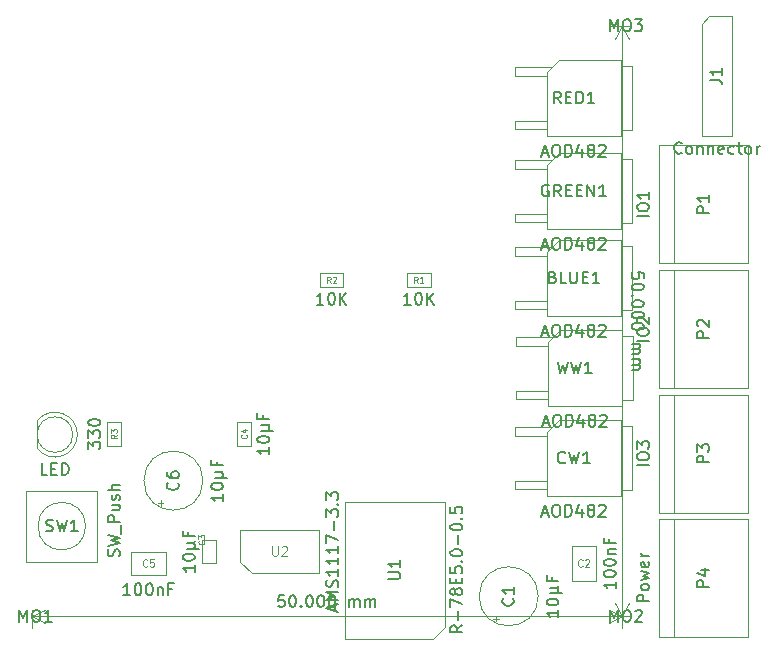
<source format=gbr>
G04 #@! TF.GenerationSoftware,KiCad,Pcbnew,(5.1.0-rc1-9-g8f320697a)*
G04 #@! TF.CreationDate,2019-02-20T21:31:05+01:00
G04 #@! TF.ProjectId,kicad,6b696361-642e-46b6-9963-61645f706362,rev?*
G04 #@! TF.SameCoordinates,Original*
G04 #@! TF.FileFunction,Other,Fab,Top*
%FSLAX46Y46*%
G04 Gerber Fmt 4.6, Leading zero omitted, Abs format (unit mm)*
G04 Created by KiCad (PCBNEW (5.1.0-rc1-9-g8f320697a)) date 2019-02-20 21:31:05*
%MOMM*%
%LPD*%
G04 APERTURE LIST*
%ADD10C,0.150000*%
%ADD11C,0.120000*%
%ADD12C,0.100000*%
%ADD13C,0.090000*%
%ADD14C,0.080000*%
G04 APERTURE END LIST*
D10*
X210817619Y-69880952D02*
X210817619Y-69404761D01*
X210341428Y-69357142D01*
X210389047Y-69404761D01*
X210436666Y-69500000D01*
X210436666Y-69738095D01*
X210389047Y-69833333D01*
X210341428Y-69880952D01*
X210246190Y-69928571D01*
X210008095Y-69928571D01*
X209912857Y-69880952D01*
X209865238Y-69833333D01*
X209817619Y-69738095D01*
X209817619Y-69500000D01*
X209865238Y-69404761D01*
X209912857Y-69357142D01*
X210817619Y-70547619D02*
X210817619Y-70642857D01*
X210770000Y-70738095D01*
X210722380Y-70785714D01*
X210627142Y-70833333D01*
X210436666Y-70880952D01*
X210198571Y-70880952D01*
X210008095Y-70833333D01*
X209912857Y-70785714D01*
X209865238Y-70738095D01*
X209817619Y-70642857D01*
X209817619Y-70547619D01*
X209865238Y-70452380D01*
X209912857Y-70404761D01*
X210008095Y-70357142D01*
X210198571Y-70309523D01*
X210436666Y-70309523D01*
X210627142Y-70357142D01*
X210722380Y-70404761D01*
X210770000Y-70452380D01*
X210817619Y-70547619D01*
X209912857Y-71309523D02*
X209865238Y-71357142D01*
X209817619Y-71309523D01*
X209865238Y-71261904D01*
X209912857Y-71309523D01*
X209817619Y-71309523D01*
X210817619Y-71976190D02*
X210817619Y-72071428D01*
X210770000Y-72166666D01*
X210722380Y-72214285D01*
X210627142Y-72261904D01*
X210436666Y-72309523D01*
X210198571Y-72309523D01*
X210008095Y-72261904D01*
X209912857Y-72214285D01*
X209865238Y-72166666D01*
X209817619Y-72071428D01*
X209817619Y-71976190D01*
X209865238Y-71880952D01*
X209912857Y-71833333D01*
X210008095Y-71785714D01*
X210198571Y-71738095D01*
X210436666Y-71738095D01*
X210627142Y-71785714D01*
X210722380Y-71833333D01*
X210770000Y-71880952D01*
X210817619Y-71976190D01*
X210817619Y-72928571D02*
X210817619Y-73023809D01*
X210770000Y-73119047D01*
X210722380Y-73166666D01*
X210627142Y-73214285D01*
X210436666Y-73261904D01*
X210198571Y-73261904D01*
X210008095Y-73214285D01*
X209912857Y-73166666D01*
X209865238Y-73119047D01*
X209817619Y-73023809D01*
X209817619Y-72928571D01*
X209865238Y-72833333D01*
X209912857Y-72785714D01*
X210008095Y-72738095D01*
X210198571Y-72690476D01*
X210436666Y-72690476D01*
X210627142Y-72738095D01*
X210722380Y-72785714D01*
X210770000Y-72833333D01*
X210817619Y-72928571D01*
X210817619Y-73880952D02*
X210817619Y-73976190D01*
X210770000Y-74071428D01*
X210722380Y-74119047D01*
X210627142Y-74166666D01*
X210436666Y-74214285D01*
X210198571Y-74214285D01*
X210008095Y-74166666D01*
X209912857Y-74119047D01*
X209865238Y-74071428D01*
X209817619Y-73976190D01*
X209817619Y-73880952D01*
X209865238Y-73785714D01*
X209912857Y-73738095D01*
X210008095Y-73690476D01*
X210198571Y-73642857D01*
X210436666Y-73642857D01*
X210627142Y-73690476D01*
X210722380Y-73738095D01*
X210770000Y-73785714D01*
X210817619Y-73880952D01*
X209817619Y-75404761D02*
X210484285Y-75404761D01*
X210389047Y-75404761D02*
X210436666Y-75452380D01*
X210484285Y-75547619D01*
X210484285Y-75690476D01*
X210436666Y-75785714D01*
X210341428Y-75833333D01*
X209817619Y-75833333D01*
X210341428Y-75833333D02*
X210436666Y-75880952D01*
X210484285Y-75976190D01*
X210484285Y-76119047D01*
X210436666Y-76214285D01*
X210341428Y-76261904D01*
X209817619Y-76261904D01*
X209817619Y-76738095D02*
X210484285Y-76738095D01*
X210389047Y-76738095D02*
X210436666Y-76785714D01*
X210484285Y-76880952D01*
X210484285Y-77023809D01*
X210436666Y-77119047D01*
X210341428Y-77166666D01*
X209817619Y-77166666D01*
X210341428Y-77166666D02*
X210436666Y-77214285D01*
X210484285Y-77309523D01*
X210484285Y-77452380D01*
X210436666Y-77547619D01*
X210341428Y-77595238D01*
X209817619Y-77595238D01*
D11*
X209000000Y-48500000D02*
X209000000Y-98500000D01*
X208000000Y-48500000D02*
X209586421Y-48500000D01*
X208000000Y-98500000D02*
X209586421Y-98500000D01*
X209000000Y-98500000D02*
X208413579Y-97373496D01*
X209000000Y-98500000D02*
X209586421Y-97373496D01*
X209000000Y-48500000D02*
X208413579Y-49626504D01*
X209000000Y-48500000D02*
X209586421Y-49626504D01*
D10*
X180380952Y-96682380D02*
X179904761Y-96682380D01*
X179857142Y-97158571D01*
X179904761Y-97110952D01*
X180000000Y-97063333D01*
X180238095Y-97063333D01*
X180333333Y-97110952D01*
X180380952Y-97158571D01*
X180428571Y-97253809D01*
X180428571Y-97491904D01*
X180380952Y-97587142D01*
X180333333Y-97634761D01*
X180238095Y-97682380D01*
X180000000Y-97682380D01*
X179904761Y-97634761D01*
X179857142Y-97587142D01*
X181047619Y-96682380D02*
X181142857Y-96682380D01*
X181238095Y-96730000D01*
X181285714Y-96777619D01*
X181333333Y-96872857D01*
X181380952Y-97063333D01*
X181380952Y-97301428D01*
X181333333Y-97491904D01*
X181285714Y-97587142D01*
X181238095Y-97634761D01*
X181142857Y-97682380D01*
X181047619Y-97682380D01*
X180952380Y-97634761D01*
X180904761Y-97587142D01*
X180857142Y-97491904D01*
X180809523Y-97301428D01*
X180809523Y-97063333D01*
X180857142Y-96872857D01*
X180904761Y-96777619D01*
X180952380Y-96730000D01*
X181047619Y-96682380D01*
X181809523Y-97587142D02*
X181857142Y-97634761D01*
X181809523Y-97682380D01*
X181761904Y-97634761D01*
X181809523Y-97587142D01*
X181809523Y-97682380D01*
X182476190Y-96682380D02*
X182571428Y-96682380D01*
X182666666Y-96730000D01*
X182714285Y-96777619D01*
X182761904Y-96872857D01*
X182809523Y-97063333D01*
X182809523Y-97301428D01*
X182761904Y-97491904D01*
X182714285Y-97587142D01*
X182666666Y-97634761D01*
X182571428Y-97682380D01*
X182476190Y-97682380D01*
X182380952Y-97634761D01*
X182333333Y-97587142D01*
X182285714Y-97491904D01*
X182238095Y-97301428D01*
X182238095Y-97063333D01*
X182285714Y-96872857D01*
X182333333Y-96777619D01*
X182380952Y-96730000D01*
X182476190Y-96682380D01*
X183428571Y-96682380D02*
X183523809Y-96682380D01*
X183619047Y-96730000D01*
X183666666Y-96777619D01*
X183714285Y-96872857D01*
X183761904Y-97063333D01*
X183761904Y-97301428D01*
X183714285Y-97491904D01*
X183666666Y-97587142D01*
X183619047Y-97634761D01*
X183523809Y-97682380D01*
X183428571Y-97682380D01*
X183333333Y-97634761D01*
X183285714Y-97587142D01*
X183238095Y-97491904D01*
X183190476Y-97301428D01*
X183190476Y-97063333D01*
X183238095Y-96872857D01*
X183285714Y-96777619D01*
X183333333Y-96730000D01*
X183428571Y-96682380D01*
X184380952Y-96682380D02*
X184476190Y-96682380D01*
X184571428Y-96730000D01*
X184619047Y-96777619D01*
X184666666Y-96872857D01*
X184714285Y-97063333D01*
X184714285Y-97301428D01*
X184666666Y-97491904D01*
X184619047Y-97587142D01*
X184571428Y-97634761D01*
X184476190Y-97682380D01*
X184380952Y-97682380D01*
X184285714Y-97634761D01*
X184238095Y-97587142D01*
X184190476Y-97491904D01*
X184142857Y-97301428D01*
X184142857Y-97063333D01*
X184190476Y-96872857D01*
X184238095Y-96777619D01*
X184285714Y-96730000D01*
X184380952Y-96682380D01*
X185904761Y-97682380D02*
X185904761Y-97015714D01*
X185904761Y-97110952D02*
X185952380Y-97063333D01*
X186047619Y-97015714D01*
X186190476Y-97015714D01*
X186285714Y-97063333D01*
X186333333Y-97158571D01*
X186333333Y-97682380D01*
X186333333Y-97158571D02*
X186380952Y-97063333D01*
X186476190Y-97015714D01*
X186619047Y-97015714D01*
X186714285Y-97063333D01*
X186761904Y-97158571D01*
X186761904Y-97682380D01*
X187238095Y-97682380D02*
X187238095Y-97015714D01*
X187238095Y-97110952D02*
X187285714Y-97063333D01*
X187380952Y-97015714D01*
X187523809Y-97015714D01*
X187619047Y-97063333D01*
X187666666Y-97158571D01*
X187666666Y-97682380D01*
X187666666Y-97158571D02*
X187714285Y-97063333D01*
X187809523Y-97015714D01*
X187952380Y-97015714D01*
X188047619Y-97063333D01*
X188095238Y-97158571D01*
X188095238Y-97682380D01*
D11*
X209000000Y-98500000D02*
X159000000Y-98500000D01*
X209000000Y-99499999D02*
X209000000Y-97913579D01*
X159000000Y-99499999D02*
X159000000Y-97913579D01*
X159000000Y-98500000D02*
X160126504Y-97913579D01*
X159000000Y-98500000D02*
X160126504Y-99086421D01*
X209000000Y-98500000D02*
X207873496Y-97913579D01*
X209000000Y-98500000D02*
X207873496Y-99086421D01*
D12*
X201890000Y-96790000D02*
G75*
G03X201890000Y-96790000I-2500000J0D01*
G01*
X198302500Y-98923605D02*
X198302500Y-98423605D01*
X198052500Y-98673605D02*
X198552500Y-98673605D01*
X204740000Y-95500000D02*
X206740000Y-95500000D01*
X206740000Y-95500000D02*
X206740000Y-92500000D01*
X206740000Y-92500000D02*
X204740000Y-92500000D01*
X204740000Y-92500000D02*
X204740000Y-95500000D01*
X173400000Y-92000000D02*
X174600000Y-92000000D01*
X174600000Y-92000000D02*
X174600000Y-94000000D01*
X174600000Y-94000000D02*
X173400000Y-94000000D01*
X173400000Y-94000000D02*
X173400000Y-92000000D01*
X177600000Y-82025000D02*
X177600000Y-84025000D01*
X176400000Y-82025000D02*
X177600000Y-82025000D01*
X176400000Y-84025000D02*
X176400000Y-82025000D01*
X177600000Y-84025000D02*
X176400000Y-84025000D01*
X170390000Y-93000000D02*
X167390000Y-93000000D01*
X170390000Y-95000000D02*
X170390000Y-93000000D01*
X167390000Y-95000000D02*
X170390000Y-95000000D01*
X167390000Y-93000000D02*
X167390000Y-95000000D01*
X169662500Y-88883605D02*
X170162500Y-88883605D01*
X169912500Y-89133605D02*
X169912500Y-88633605D01*
X173500000Y-87000000D02*
G75*
G03X173500000Y-87000000I-2500000J0D01*
G01*
X159469445Y-84265476D02*
G75*
G03X159470000Y-81933810I1500555J1165476D01*
G01*
X162470000Y-83100000D02*
G75*
G03X162470000Y-83100000I-1500000J0D01*
G01*
X159470000Y-81933810D02*
X159470000Y-84266190D01*
X208860000Y-67150000D02*
X209860000Y-67150000D01*
X209860000Y-67150000D02*
X209860000Y-72550000D01*
X209860000Y-72550000D02*
X208860000Y-72550000D01*
X208860000Y-66600000D02*
X208860000Y-73100000D01*
X208860000Y-73100000D02*
X202640000Y-73100000D01*
X202640000Y-73100000D02*
X202640000Y-67600000D01*
X202640000Y-67600000D02*
X203640000Y-66600000D01*
X203640000Y-66600000D02*
X208860000Y-66600000D01*
X203045000Y-67195000D02*
X199940000Y-67195000D01*
X199940000Y-67195000D02*
X199940000Y-67945000D01*
X199940000Y-67945000D02*
X202640000Y-67945000D01*
X202640000Y-71755000D02*
X199940000Y-71755000D01*
X199940000Y-71755000D02*
X199940000Y-72505000D01*
X199940000Y-72505000D02*
X202640000Y-72505000D01*
X208860000Y-82390000D02*
X209860000Y-82390000D01*
X209860000Y-82390000D02*
X209860000Y-87790000D01*
X209860000Y-87790000D02*
X208860000Y-87790000D01*
X208860000Y-81840000D02*
X208860000Y-88340000D01*
X208860000Y-88340000D02*
X202640000Y-88340000D01*
X202640000Y-88340000D02*
X202640000Y-82840000D01*
X202640000Y-82840000D02*
X203640000Y-81840000D01*
X203640000Y-81840000D02*
X208860000Y-81840000D01*
X203045000Y-82435000D02*
X199940000Y-82435000D01*
X199940000Y-82435000D02*
X199940000Y-83185000D01*
X199940000Y-83185000D02*
X202640000Y-83185000D01*
X202640000Y-86995000D02*
X199940000Y-86995000D01*
X199940000Y-86995000D02*
X199940000Y-87745000D01*
X199940000Y-87745000D02*
X202640000Y-87745000D01*
X199940000Y-65140000D02*
X202640000Y-65140000D01*
X199940000Y-64390000D02*
X199940000Y-65140000D01*
X202640000Y-64390000D02*
X199940000Y-64390000D01*
X199940000Y-60580000D02*
X202640000Y-60580000D01*
X199940000Y-59830000D02*
X199940000Y-60580000D01*
X203045000Y-59830000D02*
X199940000Y-59830000D01*
X203640000Y-59235000D02*
X208860000Y-59235000D01*
X202640000Y-60235000D02*
X203640000Y-59235000D01*
X202640000Y-65735000D02*
X202640000Y-60235000D01*
X208860000Y-65735000D02*
X202640000Y-65735000D01*
X208860000Y-59235000D02*
X208860000Y-65735000D01*
X209860000Y-65185000D02*
X208860000Y-65185000D01*
X209860000Y-59785000D02*
X209860000Y-65185000D01*
X208860000Y-59785000D02*
X209860000Y-59785000D01*
X208860000Y-51910000D02*
X209860000Y-51910000D01*
X209860000Y-51910000D02*
X209860000Y-57310000D01*
X209860000Y-57310000D02*
X208860000Y-57310000D01*
X208860000Y-51360000D02*
X208860000Y-57860000D01*
X208860000Y-57860000D02*
X202640000Y-57860000D01*
X202640000Y-57860000D02*
X202640000Y-52360000D01*
X202640000Y-52360000D02*
X203640000Y-51360000D01*
X203640000Y-51360000D02*
X208860000Y-51360000D01*
X203045000Y-51955000D02*
X199940000Y-51955000D01*
X199940000Y-51955000D02*
X199940000Y-52705000D01*
X199940000Y-52705000D02*
X202640000Y-52705000D01*
X202640000Y-56515000D02*
X199940000Y-56515000D01*
X199940000Y-56515000D02*
X199940000Y-57265000D01*
X199940000Y-57265000D02*
X202640000Y-57265000D01*
X200030000Y-80125000D02*
X202730000Y-80125000D01*
X200030000Y-79375000D02*
X200030000Y-80125000D01*
X202730000Y-79375000D02*
X200030000Y-79375000D01*
X200030000Y-75565000D02*
X202730000Y-75565000D01*
X200030000Y-74815000D02*
X200030000Y-75565000D01*
X203135000Y-74815000D02*
X200030000Y-74815000D01*
X203730000Y-74220000D02*
X208950000Y-74220000D01*
X202730000Y-75220000D02*
X203730000Y-74220000D01*
X202730000Y-80720000D02*
X202730000Y-75220000D01*
X208950000Y-80720000D02*
X202730000Y-80720000D01*
X208950000Y-74220000D02*
X208950000Y-80720000D01*
X209950000Y-80170000D02*
X208950000Y-80170000D01*
X209950000Y-74770000D02*
X209950000Y-80170000D01*
X208950000Y-74770000D02*
X209950000Y-74770000D01*
X213350000Y-90300000D02*
X213350000Y-100200000D01*
X219650000Y-90250000D02*
X212150000Y-90250000D01*
X212150000Y-90250000D02*
X212150000Y-100250000D01*
X212150000Y-100250000D02*
X219650000Y-100250000D01*
X219650000Y-100250000D02*
X219650000Y-90250000D01*
X219650000Y-68610000D02*
X219650000Y-58610000D01*
X212150000Y-68610000D02*
X219650000Y-68610000D01*
X212150000Y-58610000D02*
X212150000Y-68610000D01*
X219650000Y-58610000D02*
X212150000Y-58610000D01*
X213350000Y-58660000D02*
X213350000Y-68560000D01*
X213350000Y-69210000D02*
X213350000Y-79110000D01*
X219650000Y-69160000D02*
X212150000Y-69160000D01*
X212150000Y-69160000D02*
X212150000Y-79160000D01*
X212150000Y-79160000D02*
X219650000Y-79160000D01*
X219650000Y-79160000D02*
X219650000Y-69160000D01*
X219650000Y-89710000D02*
X219650000Y-79710000D01*
X212150000Y-89710000D02*
X219650000Y-89710000D01*
X212150000Y-79710000D02*
X212150000Y-89710000D01*
X219650000Y-79710000D02*
X212150000Y-79710000D01*
X213350000Y-79760000D02*
X213350000Y-89660000D01*
X190770000Y-70600000D02*
X190770000Y-69400000D01*
X190770000Y-69400000D02*
X192770000Y-69400000D01*
X192770000Y-69400000D02*
X192770000Y-70600000D01*
X192770000Y-70600000D02*
X190770000Y-70600000D01*
X185395000Y-70600000D02*
X183395000Y-70600000D01*
X185395000Y-69400000D02*
X185395000Y-70600000D01*
X183395000Y-69400000D02*
X185395000Y-69400000D01*
X183395000Y-70600000D02*
X183395000Y-69400000D01*
X165400000Y-82025000D02*
X166600000Y-82025000D01*
X166600000Y-82025000D02*
X166600000Y-84025000D01*
X166600000Y-84025000D02*
X165400000Y-84025000D01*
X165400000Y-84025000D02*
X165400000Y-82025000D01*
X158550000Y-90850000D02*
X158550000Y-87850000D01*
X158550000Y-87850000D02*
X164550000Y-87850000D01*
X164550000Y-87850000D02*
X164550000Y-93850000D01*
X164550000Y-93850000D02*
X158550000Y-93850000D01*
X158550000Y-93850000D02*
X158550000Y-90850000D01*
X163565564Y-90850000D02*
G75*
G03X163565564Y-90850000I-2015564J0D01*
G01*
X185500000Y-100390000D02*
X185500000Y-88790000D01*
X185500000Y-88790000D02*
X194000000Y-88790000D01*
X194000000Y-88790000D02*
X194000000Y-99390000D01*
X194000000Y-99390000D02*
X193000000Y-100390000D01*
X193000000Y-100390000D02*
X185500000Y-100390000D01*
X177650000Y-94850000D02*
X176650000Y-93850000D01*
X177650000Y-94850000D02*
X183350000Y-94850000D01*
X176650000Y-93850000D02*
X176650000Y-91150000D01*
X183350000Y-94850000D02*
X183350000Y-91150000D01*
X176650000Y-91150000D02*
X183350000Y-91150000D01*
X216355000Y-47660000D02*
X218260000Y-47660000D01*
X218260000Y-47660000D02*
X218260000Y-57820000D01*
X218260000Y-57820000D02*
X215720000Y-57820000D01*
X215720000Y-57820000D02*
X215720000Y-48295000D01*
X215720000Y-48295000D02*
X216355000Y-47660000D01*
D10*
X157966666Y-98952380D02*
X157966666Y-97952380D01*
X158300000Y-98666666D01*
X158633333Y-97952380D01*
X158633333Y-98952380D01*
X159300000Y-97952380D02*
X159490476Y-97952380D01*
X159585714Y-98000000D01*
X159680952Y-98095238D01*
X159728571Y-98285714D01*
X159728571Y-98619047D01*
X159680952Y-98809523D01*
X159585714Y-98904761D01*
X159490476Y-98952380D01*
X159300000Y-98952380D01*
X159204761Y-98904761D01*
X159109523Y-98809523D01*
X159061904Y-98619047D01*
X159061904Y-98285714D01*
X159109523Y-98095238D01*
X159204761Y-98000000D01*
X159300000Y-97952380D01*
X160680952Y-98952380D02*
X160109523Y-98952380D01*
X160395238Y-98952380D02*
X160395238Y-97952380D01*
X160300000Y-98095238D01*
X160204761Y-98190476D01*
X160109523Y-98238095D01*
X157966666Y-98952380D02*
X157966666Y-97952380D01*
X158300000Y-98666666D01*
X158633333Y-97952380D01*
X158633333Y-98952380D01*
X159300000Y-97952380D02*
X159490476Y-97952380D01*
X159585714Y-98000000D01*
X159680952Y-98095238D01*
X159728571Y-98285714D01*
X159728571Y-98619047D01*
X159680952Y-98809523D01*
X159585714Y-98904761D01*
X159490476Y-98952380D01*
X159300000Y-98952380D01*
X159204761Y-98904761D01*
X159109523Y-98809523D01*
X159061904Y-98619047D01*
X159061904Y-98285714D01*
X159109523Y-98095238D01*
X159204761Y-98000000D01*
X159300000Y-97952380D01*
X160680952Y-98952380D02*
X160109523Y-98952380D01*
X160395238Y-98952380D02*
X160395238Y-97952380D01*
X160300000Y-98095238D01*
X160204761Y-98190476D01*
X160109523Y-98238095D01*
X207966666Y-48952380D02*
X207966666Y-47952380D01*
X208300000Y-48666666D01*
X208633333Y-47952380D01*
X208633333Y-48952380D01*
X209300000Y-47952380D02*
X209490476Y-47952380D01*
X209585714Y-48000000D01*
X209680952Y-48095238D01*
X209728571Y-48285714D01*
X209728571Y-48619047D01*
X209680952Y-48809523D01*
X209585714Y-48904761D01*
X209490476Y-48952380D01*
X209300000Y-48952380D01*
X209204761Y-48904761D01*
X209109523Y-48809523D01*
X209061904Y-48619047D01*
X209061904Y-48285714D01*
X209109523Y-48095238D01*
X209204761Y-48000000D01*
X209300000Y-47952380D01*
X210061904Y-47952380D02*
X210680952Y-47952380D01*
X210347619Y-48333333D01*
X210490476Y-48333333D01*
X210585714Y-48380952D01*
X210633333Y-48428571D01*
X210680952Y-48523809D01*
X210680952Y-48761904D01*
X210633333Y-48857142D01*
X210585714Y-48904761D01*
X210490476Y-48952380D01*
X210204761Y-48952380D01*
X210109523Y-48904761D01*
X210061904Y-48857142D01*
X207966666Y-98952380D02*
X207966666Y-97952380D01*
X208300000Y-98666666D01*
X208633333Y-97952380D01*
X208633333Y-98952380D01*
X209300000Y-97952380D02*
X209490476Y-97952380D01*
X209585714Y-98000000D01*
X209680952Y-98095238D01*
X209728571Y-98285714D01*
X209728571Y-98619047D01*
X209680952Y-98809523D01*
X209585714Y-98904761D01*
X209490476Y-98952380D01*
X209300000Y-98952380D01*
X209204761Y-98904761D01*
X209109523Y-98809523D01*
X209061904Y-98619047D01*
X209061904Y-98285714D01*
X209109523Y-98095238D01*
X209204761Y-98000000D01*
X209300000Y-97952380D01*
X210109523Y-98047619D02*
X210157142Y-98000000D01*
X210252380Y-97952380D01*
X210490476Y-97952380D01*
X210585714Y-98000000D01*
X210633333Y-98047619D01*
X210680952Y-98142857D01*
X210680952Y-98238095D01*
X210633333Y-98380952D01*
X210061904Y-98952380D01*
X210680952Y-98952380D01*
X203592380Y-97932857D02*
X203592380Y-98504285D01*
X203592380Y-98218571D02*
X202592380Y-98218571D01*
X202735238Y-98313809D01*
X202830476Y-98409047D01*
X202878095Y-98504285D01*
X202592380Y-97313809D02*
X202592380Y-97218571D01*
X202640000Y-97123333D01*
X202687619Y-97075714D01*
X202782857Y-97028095D01*
X202973333Y-96980476D01*
X203211428Y-96980476D01*
X203401904Y-97028095D01*
X203497142Y-97075714D01*
X203544761Y-97123333D01*
X203592380Y-97218571D01*
X203592380Y-97313809D01*
X203544761Y-97409047D01*
X203497142Y-97456666D01*
X203401904Y-97504285D01*
X203211428Y-97551904D01*
X202973333Y-97551904D01*
X202782857Y-97504285D01*
X202687619Y-97456666D01*
X202640000Y-97409047D01*
X202592380Y-97313809D01*
X202925714Y-96551904D02*
X203925714Y-96551904D01*
X203449523Y-96075714D02*
X203544761Y-96028095D01*
X203592380Y-95932857D01*
X203449523Y-96551904D02*
X203544761Y-96504285D01*
X203592380Y-96409047D01*
X203592380Y-96218571D01*
X203544761Y-96123333D01*
X203449523Y-96075714D01*
X202925714Y-96075714D01*
X203068571Y-95170952D02*
X203068571Y-95504285D01*
X203592380Y-95504285D02*
X202592380Y-95504285D01*
X202592380Y-95028095D01*
X199747142Y-96956666D02*
X199794761Y-97004285D01*
X199842380Y-97147142D01*
X199842380Y-97242380D01*
X199794761Y-97385238D01*
X199699523Y-97480476D01*
X199604285Y-97528095D01*
X199413809Y-97575714D01*
X199270952Y-97575714D01*
X199080476Y-97528095D01*
X198985238Y-97480476D01*
X198890000Y-97385238D01*
X198842380Y-97242380D01*
X198842380Y-97147142D01*
X198890000Y-97004285D01*
X198937619Y-96956666D01*
X199842380Y-96004285D02*
X199842380Y-96575714D01*
X199842380Y-96290000D02*
X198842380Y-96290000D01*
X198985238Y-96385238D01*
X199080476Y-96480476D01*
X199128095Y-96575714D01*
X208442380Y-95547619D02*
X208442380Y-96119047D01*
X208442380Y-95833333D02*
X207442380Y-95833333D01*
X207585238Y-95928571D01*
X207680476Y-96023809D01*
X207728095Y-96119047D01*
X207442380Y-94928571D02*
X207442380Y-94833333D01*
X207490000Y-94738095D01*
X207537619Y-94690476D01*
X207632857Y-94642857D01*
X207823333Y-94595238D01*
X208061428Y-94595238D01*
X208251904Y-94642857D01*
X208347142Y-94690476D01*
X208394761Y-94738095D01*
X208442380Y-94833333D01*
X208442380Y-94928571D01*
X208394761Y-95023809D01*
X208347142Y-95071428D01*
X208251904Y-95119047D01*
X208061428Y-95166666D01*
X207823333Y-95166666D01*
X207632857Y-95119047D01*
X207537619Y-95071428D01*
X207490000Y-95023809D01*
X207442380Y-94928571D01*
X207442380Y-93976190D02*
X207442380Y-93880952D01*
X207490000Y-93785714D01*
X207537619Y-93738095D01*
X207632857Y-93690476D01*
X207823333Y-93642857D01*
X208061428Y-93642857D01*
X208251904Y-93690476D01*
X208347142Y-93738095D01*
X208394761Y-93785714D01*
X208442380Y-93880952D01*
X208442380Y-93976190D01*
X208394761Y-94071428D01*
X208347142Y-94119047D01*
X208251904Y-94166666D01*
X208061428Y-94214285D01*
X207823333Y-94214285D01*
X207632857Y-94166666D01*
X207537619Y-94119047D01*
X207490000Y-94071428D01*
X207442380Y-93976190D01*
X207775714Y-93214285D02*
X208442380Y-93214285D01*
X207870952Y-93214285D02*
X207823333Y-93166666D01*
X207775714Y-93071428D01*
X207775714Y-92928571D01*
X207823333Y-92833333D01*
X207918571Y-92785714D01*
X208442380Y-92785714D01*
X207918571Y-91976190D02*
X207918571Y-92309523D01*
X208442380Y-92309523D02*
X207442380Y-92309523D01*
X207442380Y-91833333D01*
D13*
X205640000Y-94214285D02*
X205611428Y-94242857D01*
X205525714Y-94271428D01*
X205468571Y-94271428D01*
X205382857Y-94242857D01*
X205325714Y-94185714D01*
X205297142Y-94128571D01*
X205268571Y-94014285D01*
X205268571Y-93928571D01*
X205297142Y-93814285D01*
X205325714Y-93757142D01*
X205382857Y-93700000D01*
X205468571Y-93671428D01*
X205525714Y-93671428D01*
X205611428Y-93700000D01*
X205640000Y-93728571D01*
X205868571Y-93728571D02*
X205897142Y-93700000D01*
X205954285Y-93671428D01*
X206097142Y-93671428D01*
X206154285Y-93700000D01*
X206182857Y-93728571D01*
X206211428Y-93785714D01*
X206211428Y-93842857D01*
X206182857Y-93928571D01*
X205840000Y-94271428D01*
X206211428Y-94271428D01*
D10*
X172802380Y-94142857D02*
X172802380Y-94714285D01*
X172802380Y-94428571D02*
X171802380Y-94428571D01*
X171945238Y-94523809D01*
X172040476Y-94619047D01*
X172088095Y-94714285D01*
X171802380Y-93523809D02*
X171802380Y-93428571D01*
X171850000Y-93333333D01*
X171897619Y-93285714D01*
X171992857Y-93238095D01*
X172183333Y-93190476D01*
X172421428Y-93190476D01*
X172611904Y-93238095D01*
X172707142Y-93285714D01*
X172754761Y-93333333D01*
X172802380Y-93428571D01*
X172802380Y-93523809D01*
X172754761Y-93619047D01*
X172707142Y-93666666D01*
X172611904Y-93714285D01*
X172421428Y-93761904D01*
X172183333Y-93761904D01*
X171992857Y-93714285D01*
X171897619Y-93666666D01*
X171850000Y-93619047D01*
X171802380Y-93523809D01*
X172135714Y-92761904D02*
X173135714Y-92761904D01*
X172659523Y-92285714D02*
X172754761Y-92238095D01*
X172802380Y-92142857D01*
X172659523Y-92761904D02*
X172754761Y-92714285D01*
X172802380Y-92619047D01*
X172802380Y-92428571D01*
X172754761Y-92333333D01*
X172659523Y-92285714D01*
X172135714Y-92285714D01*
X172278571Y-91380952D02*
X172278571Y-91714285D01*
X172802380Y-91714285D02*
X171802380Y-91714285D01*
X171802380Y-91238095D01*
D14*
X173578571Y-92083333D02*
X173602380Y-92107142D01*
X173626190Y-92178571D01*
X173626190Y-92226190D01*
X173602380Y-92297619D01*
X173554761Y-92345238D01*
X173507142Y-92369047D01*
X173411904Y-92392857D01*
X173340476Y-92392857D01*
X173245238Y-92369047D01*
X173197619Y-92345238D01*
X173150000Y-92297619D01*
X173126190Y-92226190D01*
X173126190Y-92178571D01*
X173150000Y-92107142D01*
X173173809Y-92083333D01*
X173126190Y-91916666D02*
X173126190Y-91607142D01*
X173316666Y-91773809D01*
X173316666Y-91702380D01*
X173340476Y-91654761D01*
X173364285Y-91630952D01*
X173411904Y-91607142D01*
X173530952Y-91607142D01*
X173578571Y-91630952D01*
X173602380Y-91654761D01*
X173626190Y-91702380D01*
X173626190Y-91845238D01*
X173602380Y-91892857D01*
X173578571Y-91916666D01*
D10*
X179102380Y-84167857D02*
X179102380Y-84739285D01*
X179102380Y-84453571D02*
X178102380Y-84453571D01*
X178245238Y-84548809D01*
X178340476Y-84644047D01*
X178388095Y-84739285D01*
X178102380Y-83548809D02*
X178102380Y-83453571D01*
X178150000Y-83358333D01*
X178197619Y-83310714D01*
X178292857Y-83263095D01*
X178483333Y-83215476D01*
X178721428Y-83215476D01*
X178911904Y-83263095D01*
X179007142Y-83310714D01*
X179054761Y-83358333D01*
X179102380Y-83453571D01*
X179102380Y-83548809D01*
X179054761Y-83644047D01*
X179007142Y-83691666D01*
X178911904Y-83739285D01*
X178721428Y-83786904D01*
X178483333Y-83786904D01*
X178292857Y-83739285D01*
X178197619Y-83691666D01*
X178150000Y-83644047D01*
X178102380Y-83548809D01*
X178435714Y-82786904D02*
X179435714Y-82786904D01*
X178959523Y-82310714D02*
X179054761Y-82263095D01*
X179102380Y-82167857D01*
X178959523Y-82786904D02*
X179054761Y-82739285D01*
X179102380Y-82644047D01*
X179102380Y-82453571D01*
X179054761Y-82358333D01*
X178959523Y-82310714D01*
X178435714Y-82310714D01*
X178578571Y-81405952D02*
X178578571Y-81739285D01*
X179102380Y-81739285D02*
X178102380Y-81739285D01*
X178102380Y-81263095D01*
D14*
X177178571Y-83108333D02*
X177202380Y-83132142D01*
X177226190Y-83203571D01*
X177226190Y-83251190D01*
X177202380Y-83322619D01*
X177154761Y-83370238D01*
X177107142Y-83394047D01*
X177011904Y-83417857D01*
X176940476Y-83417857D01*
X176845238Y-83394047D01*
X176797619Y-83370238D01*
X176750000Y-83322619D01*
X176726190Y-83251190D01*
X176726190Y-83203571D01*
X176750000Y-83132142D01*
X176773809Y-83108333D01*
X176892857Y-82679761D02*
X177226190Y-82679761D01*
X176702380Y-82798809D02*
X177059523Y-82917857D01*
X177059523Y-82608333D01*
D10*
X167342380Y-96702380D02*
X166770952Y-96702380D01*
X167056666Y-96702380D02*
X167056666Y-95702380D01*
X166961428Y-95845238D01*
X166866190Y-95940476D01*
X166770952Y-95988095D01*
X167961428Y-95702380D02*
X168056666Y-95702380D01*
X168151904Y-95750000D01*
X168199523Y-95797619D01*
X168247142Y-95892857D01*
X168294761Y-96083333D01*
X168294761Y-96321428D01*
X168247142Y-96511904D01*
X168199523Y-96607142D01*
X168151904Y-96654761D01*
X168056666Y-96702380D01*
X167961428Y-96702380D01*
X167866190Y-96654761D01*
X167818571Y-96607142D01*
X167770952Y-96511904D01*
X167723333Y-96321428D01*
X167723333Y-96083333D01*
X167770952Y-95892857D01*
X167818571Y-95797619D01*
X167866190Y-95750000D01*
X167961428Y-95702380D01*
X168913809Y-95702380D02*
X169009047Y-95702380D01*
X169104285Y-95750000D01*
X169151904Y-95797619D01*
X169199523Y-95892857D01*
X169247142Y-96083333D01*
X169247142Y-96321428D01*
X169199523Y-96511904D01*
X169151904Y-96607142D01*
X169104285Y-96654761D01*
X169009047Y-96702380D01*
X168913809Y-96702380D01*
X168818571Y-96654761D01*
X168770952Y-96607142D01*
X168723333Y-96511904D01*
X168675714Y-96321428D01*
X168675714Y-96083333D01*
X168723333Y-95892857D01*
X168770952Y-95797619D01*
X168818571Y-95750000D01*
X168913809Y-95702380D01*
X169675714Y-96035714D02*
X169675714Y-96702380D01*
X169675714Y-96130952D02*
X169723333Y-96083333D01*
X169818571Y-96035714D01*
X169961428Y-96035714D01*
X170056666Y-96083333D01*
X170104285Y-96178571D01*
X170104285Y-96702380D01*
X170913809Y-96178571D02*
X170580476Y-96178571D01*
X170580476Y-96702380D02*
X170580476Y-95702380D01*
X171056666Y-95702380D01*
D13*
X168790000Y-94214285D02*
X168761428Y-94242857D01*
X168675714Y-94271428D01*
X168618571Y-94271428D01*
X168532857Y-94242857D01*
X168475714Y-94185714D01*
X168447142Y-94128571D01*
X168418571Y-94014285D01*
X168418571Y-93928571D01*
X168447142Y-93814285D01*
X168475714Y-93757142D01*
X168532857Y-93700000D01*
X168618571Y-93671428D01*
X168675714Y-93671428D01*
X168761428Y-93700000D01*
X168790000Y-93728571D01*
X169332857Y-93671428D02*
X169047142Y-93671428D01*
X169018571Y-93957142D01*
X169047142Y-93928571D01*
X169104285Y-93900000D01*
X169247142Y-93900000D01*
X169304285Y-93928571D01*
X169332857Y-93957142D01*
X169361428Y-94014285D01*
X169361428Y-94157142D01*
X169332857Y-94214285D01*
X169304285Y-94242857D01*
X169247142Y-94271428D01*
X169104285Y-94271428D01*
X169047142Y-94242857D01*
X169018571Y-94214285D01*
D10*
X175202380Y-88142857D02*
X175202380Y-88714285D01*
X175202380Y-88428571D02*
X174202380Y-88428571D01*
X174345238Y-88523809D01*
X174440476Y-88619047D01*
X174488095Y-88714285D01*
X174202380Y-87523809D02*
X174202380Y-87428571D01*
X174250000Y-87333333D01*
X174297619Y-87285714D01*
X174392857Y-87238095D01*
X174583333Y-87190476D01*
X174821428Y-87190476D01*
X175011904Y-87238095D01*
X175107142Y-87285714D01*
X175154761Y-87333333D01*
X175202380Y-87428571D01*
X175202380Y-87523809D01*
X175154761Y-87619047D01*
X175107142Y-87666666D01*
X175011904Y-87714285D01*
X174821428Y-87761904D01*
X174583333Y-87761904D01*
X174392857Y-87714285D01*
X174297619Y-87666666D01*
X174250000Y-87619047D01*
X174202380Y-87523809D01*
X174535714Y-86761904D02*
X175535714Y-86761904D01*
X175059523Y-86285714D02*
X175154761Y-86238095D01*
X175202380Y-86142857D01*
X175059523Y-86761904D02*
X175154761Y-86714285D01*
X175202380Y-86619047D01*
X175202380Y-86428571D01*
X175154761Y-86333333D01*
X175059523Y-86285714D01*
X174535714Y-86285714D01*
X174678571Y-85380952D02*
X174678571Y-85714285D01*
X175202380Y-85714285D02*
X174202380Y-85714285D01*
X174202380Y-85238095D01*
X171357142Y-87166666D02*
X171404761Y-87214285D01*
X171452380Y-87357142D01*
X171452380Y-87452380D01*
X171404761Y-87595238D01*
X171309523Y-87690476D01*
X171214285Y-87738095D01*
X171023809Y-87785714D01*
X170880952Y-87785714D01*
X170690476Y-87738095D01*
X170595238Y-87690476D01*
X170500000Y-87595238D01*
X170452380Y-87452380D01*
X170452380Y-87357142D01*
X170500000Y-87214285D01*
X170547619Y-87166666D01*
X170452380Y-86309523D02*
X170452380Y-86500000D01*
X170500000Y-86595238D01*
X170547619Y-86642857D01*
X170690476Y-86738095D01*
X170880952Y-86785714D01*
X171261904Y-86785714D01*
X171357142Y-86738095D01*
X171404761Y-86690476D01*
X171452380Y-86595238D01*
X171452380Y-86404761D01*
X171404761Y-86309523D01*
X171357142Y-86261904D01*
X171261904Y-86214285D01*
X171023809Y-86214285D01*
X170928571Y-86261904D01*
X170880952Y-86309523D01*
X170833333Y-86404761D01*
X170833333Y-86595238D01*
X170880952Y-86690476D01*
X170928571Y-86738095D01*
X171023809Y-86785714D01*
X160327142Y-86512380D02*
X159850952Y-86512380D01*
X159850952Y-85512380D01*
X160660476Y-85988571D02*
X160993809Y-85988571D01*
X161136666Y-86512380D02*
X160660476Y-86512380D01*
X160660476Y-85512380D01*
X161136666Y-85512380D01*
X161565238Y-86512380D02*
X161565238Y-85512380D01*
X161803333Y-85512380D01*
X161946190Y-85560000D01*
X162041428Y-85655238D01*
X162089047Y-85750476D01*
X162136666Y-85940952D01*
X162136666Y-86083809D01*
X162089047Y-86274285D01*
X162041428Y-86369523D01*
X161946190Y-86464761D01*
X161803333Y-86512380D01*
X161565238Y-86512380D01*
X202219523Y-74516666D02*
X202695714Y-74516666D01*
X202124285Y-74802380D02*
X202457619Y-73802380D01*
X202790952Y-74802380D01*
X203314761Y-73802380D02*
X203505238Y-73802380D01*
X203600476Y-73850000D01*
X203695714Y-73945238D01*
X203743333Y-74135714D01*
X203743333Y-74469047D01*
X203695714Y-74659523D01*
X203600476Y-74754761D01*
X203505238Y-74802380D01*
X203314761Y-74802380D01*
X203219523Y-74754761D01*
X203124285Y-74659523D01*
X203076666Y-74469047D01*
X203076666Y-74135714D01*
X203124285Y-73945238D01*
X203219523Y-73850000D01*
X203314761Y-73802380D01*
X204171904Y-74802380D02*
X204171904Y-73802380D01*
X204410000Y-73802380D01*
X204552857Y-73850000D01*
X204648095Y-73945238D01*
X204695714Y-74040476D01*
X204743333Y-74230952D01*
X204743333Y-74373809D01*
X204695714Y-74564285D01*
X204648095Y-74659523D01*
X204552857Y-74754761D01*
X204410000Y-74802380D01*
X204171904Y-74802380D01*
X205600476Y-74135714D02*
X205600476Y-74802380D01*
X205362380Y-73754761D02*
X205124285Y-74469047D01*
X205743333Y-74469047D01*
X206267142Y-74230952D02*
X206171904Y-74183333D01*
X206124285Y-74135714D01*
X206076666Y-74040476D01*
X206076666Y-73992857D01*
X206124285Y-73897619D01*
X206171904Y-73850000D01*
X206267142Y-73802380D01*
X206457619Y-73802380D01*
X206552857Y-73850000D01*
X206600476Y-73897619D01*
X206648095Y-73992857D01*
X206648095Y-74040476D01*
X206600476Y-74135714D01*
X206552857Y-74183333D01*
X206457619Y-74230952D01*
X206267142Y-74230952D01*
X206171904Y-74278571D01*
X206124285Y-74326190D01*
X206076666Y-74421428D01*
X206076666Y-74611904D01*
X206124285Y-74707142D01*
X206171904Y-74754761D01*
X206267142Y-74802380D01*
X206457619Y-74802380D01*
X206552857Y-74754761D01*
X206600476Y-74707142D01*
X206648095Y-74611904D01*
X206648095Y-74421428D01*
X206600476Y-74326190D01*
X206552857Y-74278571D01*
X206457619Y-74230952D01*
X207029047Y-73897619D02*
X207076666Y-73850000D01*
X207171904Y-73802380D01*
X207410000Y-73802380D01*
X207505238Y-73850000D01*
X207552857Y-73897619D01*
X207600476Y-73992857D01*
X207600476Y-74088095D01*
X207552857Y-74230952D01*
X206981428Y-74802380D01*
X207600476Y-74802380D01*
X203124285Y-69778571D02*
X203267142Y-69826190D01*
X203314761Y-69873809D01*
X203362380Y-69969047D01*
X203362380Y-70111904D01*
X203314761Y-70207142D01*
X203267142Y-70254761D01*
X203171904Y-70302380D01*
X202790952Y-70302380D01*
X202790952Y-69302380D01*
X203124285Y-69302380D01*
X203219523Y-69350000D01*
X203267142Y-69397619D01*
X203314761Y-69492857D01*
X203314761Y-69588095D01*
X203267142Y-69683333D01*
X203219523Y-69730952D01*
X203124285Y-69778571D01*
X202790952Y-69778571D01*
X204267142Y-70302380D02*
X203790952Y-70302380D01*
X203790952Y-69302380D01*
X204600476Y-69302380D02*
X204600476Y-70111904D01*
X204648095Y-70207142D01*
X204695714Y-70254761D01*
X204790952Y-70302380D01*
X204981428Y-70302380D01*
X205076666Y-70254761D01*
X205124285Y-70207142D01*
X205171904Y-70111904D01*
X205171904Y-69302380D01*
X205648095Y-69778571D02*
X205981428Y-69778571D01*
X206124285Y-70302380D02*
X205648095Y-70302380D01*
X205648095Y-69302380D01*
X206124285Y-69302380D01*
X207076666Y-70302380D02*
X206505238Y-70302380D01*
X206790952Y-70302380D02*
X206790952Y-69302380D01*
X206695714Y-69445238D01*
X206600476Y-69540476D01*
X206505238Y-69588095D01*
X202219523Y-89756666D02*
X202695714Y-89756666D01*
X202124285Y-90042380D02*
X202457619Y-89042380D01*
X202790952Y-90042380D01*
X203314761Y-89042380D02*
X203505238Y-89042380D01*
X203600476Y-89090000D01*
X203695714Y-89185238D01*
X203743333Y-89375714D01*
X203743333Y-89709047D01*
X203695714Y-89899523D01*
X203600476Y-89994761D01*
X203505238Y-90042380D01*
X203314761Y-90042380D01*
X203219523Y-89994761D01*
X203124285Y-89899523D01*
X203076666Y-89709047D01*
X203076666Y-89375714D01*
X203124285Y-89185238D01*
X203219523Y-89090000D01*
X203314761Y-89042380D01*
X204171904Y-90042380D02*
X204171904Y-89042380D01*
X204410000Y-89042380D01*
X204552857Y-89090000D01*
X204648095Y-89185238D01*
X204695714Y-89280476D01*
X204743333Y-89470952D01*
X204743333Y-89613809D01*
X204695714Y-89804285D01*
X204648095Y-89899523D01*
X204552857Y-89994761D01*
X204410000Y-90042380D01*
X204171904Y-90042380D01*
X205600476Y-89375714D02*
X205600476Y-90042380D01*
X205362380Y-88994761D02*
X205124285Y-89709047D01*
X205743333Y-89709047D01*
X206267142Y-89470952D02*
X206171904Y-89423333D01*
X206124285Y-89375714D01*
X206076666Y-89280476D01*
X206076666Y-89232857D01*
X206124285Y-89137619D01*
X206171904Y-89090000D01*
X206267142Y-89042380D01*
X206457619Y-89042380D01*
X206552857Y-89090000D01*
X206600476Y-89137619D01*
X206648095Y-89232857D01*
X206648095Y-89280476D01*
X206600476Y-89375714D01*
X206552857Y-89423333D01*
X206457619Y-89470952D01*
X206267142Y-89470952D01*
X206171904Y-89518571D01*
X206124285Y-89566190D01*
X206076666Y-89661428D01*
X206076666Y-89851904D01*
X206124285Y-89947142D01*
X206171904Y-89994761D01*
X206267142Y-90042380D01*
X206457619Y-90042380D01*
X206552857Y-89994761D01*
X206600476Y-89947142D01*
X206648095Y-89851904D01*
X206648095Y-89661428D01*
X206600476Y-89566190D01*
X206552857Y-89518571D01*
X206457619Y-89470952D01*
X207029047Y-89137619D02*
X207076666Y-89090000D01*
X207171904Y-89042380D01*
X207410000Y-89042380D01*
X207505238Y-89090000D01*
X207552857Y-89137619D01*
X207600476Y-89232857D01*
X207600476Y-89328095D01*
X207552857Y-89470952D01*
X206981428Y-90042380D01*
X207600476Y-90042380D01*
X204171904Y-85447142D02*
X204124285Y-85494761D01*
X203981428Y-85542380D01*
X203886190Y-85542380D01*
X203743333Y-85494761D01*
X203648095Y-85399523D01*
X203600476Y-85304285D01*
X203552857Y-85113809D01*
X203552857Y-84970952D01*
X203600476Y-84780476D01*
X203648095Y-84685238D01*
X203743333Y-84590000D01*
X203886190Y-84542380D01*
X203981428Y-84542380D01*
X204124285Y-84590000D01*
X204171904Y-84637619D01*
X204505238Y-84542380D02*
X204743333Y-85542380D01*
X204933809Y-84828095D01*
X205124285Y-85542380D01*
X205362380Y-84542380D01*
X206267142Y-85542380D02*
X205695714Y-85542380D01*
X205981428Y-85542380D02*
X205981428Y-84542380D01*
X205886190Y-84685238D01*
X205790952Y-84780476D01*
X205695714Y-84828095D01*
X202219523Y-67151666D02*
X202695714Y-67151666D01*
X202124285Y-67437380D02*
X202457619Y-66437380D01*
X202790952Y-67437380D01*
X203314761Y-66437380D02*
X203505238Y-66437380D01*
X203600476Y-66485000D01*
X203695714Y-66580238D01*
X203743333Y-66770714D01*
X203743333Y-67104047D01*
X203695714Y-67294523D01*
X203600476Y-67389761D01*
X203505238Y-67437380D01*
X203314761Y-67437380D01*
X203219523Y-67389761D01*
X203124285Y-67294523D01*
X203076666Y-67104047D01*
X203076666Y-66770714D01*
X203124285Y-66580238D01*
X203219523Y-66485000D01*
X203314761Y-66437380D01*
X204171904Y-67437380D02*
X204171904Y-66437380D01*
X204410000Y-66437380D01*
X204552857Y-66485000D01*
X204648095Y-66580238D01*
X204695714Y-66675476D01*
X204743333Y-66865952D01*
X204743333Y-67008809D01*
X204695714Y-67199285D01*
X204648095Y-67294523D01*
X204552857Y-67389761D01*
X204410000Y-67437380D01*
X204171904Y-67437380D01*
X205600476Y-66770714D02*
X205600476Y-67437380D01*
X205362380Y-66389761D02*
X205124285Y-67104047D01*
X205743333Y-67104047D01*
X206267142Y-66865952D02*
X206171904Y-66818333D01*
X206124285Y-66770714D01*
X206076666Y-66675476D01*
X206076666Y-66627857D01*
X206124285Y-66532619D01*
X206171904Y-66485000D01*
X206267142Y-66437380D01*
X206457619Y-66437380D01*
X206552857Y-66485000D01*
X206600476Y-66532619D01*
X206648095Y-66627857D01*
X206648095Y-66675476D01*
X206600476Y-66770714D01*
X206552857Y-66818333D01*
X206457619Y-66865952D01*
X206267142Y-66865952D01*
X206171904Y-66913571D01*
X206124285Y-66961190D01*
X206076666Y-67056428D01*
X206076666Y-67246904D01*
X206124285Y-67342142D01*
X206171904Y-67389761D01*
X206267142Y-67437380D01*
X206457619Y-67437380D01*
X206552857Y-67389761D01*
X206600476Y-67342142D01*
X206648095Y-67246904D01*
X206648095Y-67056428D01*
X206600476Y-66961190D01*
X206552857Y-66913571D01*
X206457619Y-66865952D01*
X207029047Y-66532619D02*
X207076666Y-66485000D01*
X207171904Y-66437380D01*
X207410000Y-66437380D01*
X207505238Y-66485000D01*
X207552857Y-66532619D01*
X207600476Y-66627857D01*
X207600476Y-66723095D01*
X207552857Y-66865952D01*
X206981428Y-67437380D01*
X207600476Y-67437380D01*
X202767142Y-61985000D02*
X202671904Y-61937380D01*
X202529047Y-61937380D01*
X202386190Y-61985000D01*
X202290952Y-62080238D01*
X202243333Y-62175476D01*
X202195714Y-62365952D01*
X202195714Y-62508809D01*
X202243333Y-62699285D01*
X202290952Y-62794523D01*
X202386190Y-62889761D01*
X202529047Y-62937380D01*
X202624285Y-62937380D01*
X202767142Y-62889761D01*
X202814761Y-62842142D01*
X202814761Y-62508809D01*
X202624285Y-62508809D01*
X203814761Y-62937380D02*
X203481428Y-62461190D01*
X203243333Y-62937380D02*
X203243333Y-61937380D01*
X203624285Y-61937380D01*
X203719523Y-61985000D01*
X203767142Y-62032619D01*
X203814761Y-62127857D01*
X203814761Y-62270714D01*
X203767142Y-62365952D01*
X203719523Y-62413571D01*
X203624285Y-62461190D01*
X203243333Y-62461190D01*
X204243333Y-62413571D02*
X204576666Y-62413571D01*
X204719523Y-62937380D02*
X204243333Y-62937380D01*
X204243333Y-61937380D01*
X204719523Y-61937380D01*
X205148095Y-62413571D02*
X205481428Y-62413571D01*
X205624285Y-62937380D02*
X205148095Y-62937380D01*
X205148095Y-61937380D01*
X205624285Y-61937380D01*
X206052857Y-62937380D02*
X206052857Y-61937380D01*
X206624285Y-62937380D01*
X206624285Y-61937380D01*
X207624285Y-62937380D02*
X207052857Y-62937380D01*
X207338571Y-62937380D02*
X207338571Y-61937380D01*
X207243333Y-62080238D01*
X207148095Y-62175476D01*
X207052857Y-62223095D01*
X202219523Y-59276666D02*
X202695714Y-59276666D01*
X202124285Y-59562380D02*
X202457619Y-58562380D01*
X202790952Y-59562380D01*
X203314761Y-58562380D02*
X203505238Y-58562380D01*
X203600476Y-58610000D01*
X203695714Y-58705238D01*
X203743333Y-58895714D01*
X203743333Y-59229047D01*
X203695714Y-59419523D01*
X203600476Y-59514761D01*
X203505238Y-59562380D01*
X203314761Y-59562380D01*
X203219523Y-59514761D01*
X203124285Y-59419523D01*
X203076666Y-59229047D01*
X203076666Y-58895714D01*
X203124285Y-58705238D01*
X203219523Y-58610000D01*
X203314761Y-58562380D01*
X204171904Y-59562380D02*
X204171904Y-58562380D01*
X204410000Y-58562380D01*
X204552857Y-58610000D01*
X204648095Y-58705238D01*
X204695714Y-58800476D01*
X204743333Y-58990952D01*
X204743333Y-59133809D01*
X204695714Y-59324285D01*
X204648095Y-59419523D01*
X204552857Y-59514761D01*
X204410000Y-59562380D01*
X204171904Y-59562380D01*
X205600476Y-58895714D02*
X205600476Y-59562380D01*
X205362380Y-58514761D02*
X205124285Y-59229047D01*
X205743333Y-59229047D01*
X206267142Y-58990952D02*
X206171904Y-58943333D01*
X206124285Y-58895714D01*
X206076666Y-58800476D01*
X206076666Y-58752857D01*
X206124285Y-58657619D01*
X206171904Y-58610000D01*
X206267142Y-58562380D01*
X206457619Y-58562380D01*
X206552857Y-58610000D01*
X206600476Y-58657619D01*
X206648095Y-58752857D01*
X206648095Y-58800476D01*
X206600476Y-58895714D01*
X206552857Y-58943333D01*
X206457619Y-58990952D01*
X206267142Y-58990952D01*
X206171904Y-59038571D01*
X206124285Y-59086190D01*
X206076666Y-59181428D01*
X206076666Y-59371904D01*
X206124285Y-59467142D01*
X206171904Y-59514761D01*
X206267142Y-59562380D01*
X206457619Y-59562380D01*
X206552857Y-59514761D01*
X206600476Y-59467142D01*
X206648095Y-59371904D01*
X206648095Y-59181428D01*
X206600476Y-59086190D01*
X206552857Y-59038571D01*
X206457619Y-58990952D01*
X207029047Y-58657619D02*
X207076666Y-58610000D01*
X207171904Y-58562380D01*
X207410000Y-58562380D01*
X207505238Y-58610000D01*
X207552857Y-58657619D01*
X207600476Y-58752857D01*
X207600476Y-58848095D01*
X207552857Y-58990952D01*
X206981428Y-59562380D01*
X207600476Y-59562380D01*
X203790952Y-55062380D02*
X203457619Y-54586190D01*
X203219523Y-55062380D02*
X203219523Y-54062380D01*
X203600476Y-54062380D01*
X203695714Y-54110000D01*
X203743333Y-54157619D01*
X203790952Y-54252857D01*
X203790952Y-54395714D01*
X203743333Y-54490952D01*
X203695714Y-54538571D01*
X203600476Y-54586190D01*
X203219523Y-54586190D01*
X204219523Y-54538571D02*
X204552857Y-54538571D01*
X204695714Y-55062380D02*
X204219523Y-55062380D01*
X204219523Y-54062380D01*
X204695714Y-54062380D01*
X205124285Y-55062380D02*
X205124285Y-54062380D01*
X205362380Y-54062380D01*
X205505238Y-54110000D01*
X205600476Y-54205238D01*
X205648095Y-54300476D01*
X205695714Y-54490952D01*
X205695714Y-54633809D01*
X205648095Y-54824285D01*
X205600476Y-54919523D01*
X205505238Y-55014761D01*
X205362380Y-55062380D01*
X205124285Y-55062380D01*
X206648095Y-55062380D02*
X206076666Y-55062380D01*
X206362380Y-55062380D02*
X206362380Y-54062380D01*
X206267142Y-54205238D01*
X206171904Y-54300476D01*
X206076666Y-54348095D01*
X202309523Y-82136666D02*
X202785714Y-82136666D01*
X202214285Y-82422380D02*
X202547619Y-81422380D01*
X202880952Y-82422380D01*
X203404761Y-81422380D02*
X203595238Y-81422380D01*
X203690476Y-81470000D01*
X203785714Y-81565238D01*
X203833333Y-81755714D01*
X203833333Y-82089047D01*
X203785714Y-82279523D01*
X203690476Y-82374761D01*
X203595238Y-82422380D01*
X203404761Y-82422380D01*
X203309523Y-82374761D01*
X203214285Y-82279523D01*
X203166666Y-82089047D01*
X203166666Y-81755714D01*
X203214285Y-81565238D01*
X203309523Y-81470000D01*
X203404761Y-81422380D01*
X204261904Y-82422380D02*
X204261904Y-81422380D01*
X204500000Y-81422380D01*
X204642857Y-81470000D01*
X204738095Y-81565238D01*
X204785714Y-81660476D01*
X204833333Y-81850952D01*
X204833333Y-81993809D01*
X204785714Y-82184285D01*
X204738095Y-82279523D01*
X204642857Y-82374761D01*
X204500000Y-82422380D01*
X204261904Y-82422380D01*
X205690476Y-81755714D02*
X205690476Y-82422380D01*
X205452380Y-81374761D02*
X205214285Y-82089047D01*
X205833333Y-82089047D01*
X206357142Y-81850952D02*
X206261904Y-81803333D01*
X206214285Y-81755714D01*
X206166666Y-81660476D01*
X206166666Y-81612857D01*
X206214285Y-81517619D01*
X206261904Y-81470000D01*
X206357142Y-81422380D01*
X206547619Y-81422380D01*
X206642857Y-81470000D01*
X206690476Y-81517619D01*
X206738095Y-81612857D01*
X206738095Y-81660476D01*
X206690476Y-81755714D01*
X206642857Y-81803333D01*
X206547619Y-81850952D01*
X206357142Y-81850952D01*
X206261904Y-81898571D01*
X206214285Y-81946190D01*
X206166666Y-82041428D01*
X206166666Y-82231904D01*
X206214285Y-82327142D01*
X206261904Y-82374761D01*
X206357142Y-82422380D01*
X206547619Y-82422380D01*
X206642857Y-82374761D01*
X206690476Y-82327142D01*
X206738095Y-82231904D01*
X206738095Y-82041428D01*
X206690476Y-81946190D01*
X206642857Y-81898571D01*
X206547619Y-81850952D01*
X207119047Y-81517619D02*
X207166666Y-81470000D01*
X207261904Y-81422380D01*
X207500000Y-81422380D01*
X207595238Y-81470000D01*
X207642857Y-81517619D01*
X207690476Y-81612857D01*
X207690476Y-81708095D01*
X207642857Y-81850952D01*
X207071428Y-82422380D01*
X207690476Y-82422380D01*
X203523809Y-76922380D02*
X203761904Y-77922380D01*
X203952380Y-77208095D01*
X204142857Y-77922380D01*
X204380952Y-76922380D01*
X204666666Y-76922380D02*
X204904761Y-77922380D01*
X205095238Y-77208095D01*
X205285714Y-77922380D01*
X205523809Y-76922380D01*
X206428571Y-77922380D02*
X205857142Y-77922380D01*
X206142857Y-77922380D02*
X206142857Y-76922380D01*
X206047619Y-77065238D01*
X205952380Y-77160476D01*
X205857142Y-77208095D01*
X211272380Y-97226190D02*
X210272380Y-97226190D01*
X210272380Y-96845238D01*
X210320000Y-96750000D01*
X210367619Y-96702380D01*
X210462857Y-96654761D01*
X210605714Y-96654761D01*
X210700952Y-96702380D01*
X210748571Y-96750000D01*
X210796190Y-96845238D01*
X210796190Y-97226190D01*
X211272380Y-96083333D02*
X211224761Y-96178571D01*
X211177142Y-96226190D01*
X211081904Y-96273809D01*
X210796190Y-96273809D01*
X210700952Y-96226190D01*
X210653333Y-96178571D01*
X210605714Y-96083333D01*
X210605714Y-95940476D01*
X210653333Y-95845238D01*
X210700952Y-95797619D01*
X210796190Y-95750000D01*
X211081904Y-95750000D01*
X211177142Y-95797619D01*
X211224761Y-95845238D01*
X211272380Y-95940476D01*
X211272380Y-96083333D01*
X210605714Y-95416666D02*
X211272380Y-95226190D01*
X210796190Y-95035714D01*
X211272380Y-94845238D01*
X210605714Y-94654761D01*
X211224761Y-93892857D02*
X211272380Y-93988095D01*
X211272380Y-94178571D01*
X211224761Y-94273809D01*
X211129523Y-94321428D01*
X210748571Y-94321428D01*
X210653333Y-94273809D01*
X210605714Y-94178571D01*
X210605714Y-93988095D01*
X210653333Y-93892857D01*
X210748571Y-93845238D01*
X210843809Y-93845238D01*
X210939047Y-94321428D01*
X211272380Y-93416666D02*
X210605714Y-93416666D01*
X210796190Y-93416666D02*
X210700952Y-93369047D01*
X210653333Y-93321428D01*
X210605714Y-93226190D01*
X210605714Y-93130952D01*
X216352380Y-95988095D02*
X215352380Y-95988095D01*
X215352380Y-95607142D01*
X215400000Y-95511904D01*
X215447619Y-95464285D01*
X215542857Y-95416666D01*
X215685714Y-95416666D01*
X215780952Y-95464285D01*
X215828571Y-95511904D01*
X215876190Y-95607142D01*
X215876190Y-95988095D01*
X215685714Y-94559523D02*
X216352380Y-94559523D01*
X215304761Y-94797619D02*
X216019047Y-95035714D01*
X216019047Y-94416666D01*
X211272380Y-64610000D02*
X210272380Y-64610000D01*
X210272380Y-63943333D02*
X210272380Y-63752857D01*
X210320000Y-63657619D01*
X210415238Y-63562380D01*
X210605714Y-63514761D01*
X210939047Y-63514761D01*
X211129523Y-63562380D01*
X211224761Y-63657619D01*
X211272380Y-63752857D01*
X211272380Y-63943333D01*
X211224761Y-64038571D01*
X211129523Y-64133809D01*
X210939047Y-64181428D01*
X210605714Y-64181428D01*
X210415238Y-64133809D01*
X210320000Y-64038571D01*
X210272380Y-63943333D01*
X211272380Y-62562380D02*
X211272380Y-63133809D01*
X211272380Y-62848095D02*
X210272380Y-62848095D01*
X210415238Y-62943333D01*
X210510476Y-63038571D01*
X210558095Y-63133809D01*
X216352380Y-64348095D02*
X215352380Y-64348095D01*
X215352380Y-63967142D01*
X215400000Y-63871904D01*
X215447619Y-63824285D01*
X215542857Y-63776666D01*
X215685714Y-63776666D01*
X215780952Y-63824285D01*
X215828571Y-63871904D01*
X215876190Y-63967142D01*
X215876190Y-64348095D01*
X216352380Y-62824285D02*
X216352380Y-63395714D01*
X216352380Y-63110000D02*
X215352380Y-63110000D01*
X215495238Y-63205238D01*
X215590476Y-63300476D01*
X215638095Y-63395714D01*
X211272380Y-75160000D02*
X210272380Y-75160000D01*
X210272380Y-74493333D02*
X210272380Y-74302857D01*
X210320000Y-74207619D01*
X210415238Y-74112380D01*
X210605714Y-74064761D01*
X210939047Y-74064761D01*
X211129523Y-74112380D01*
X211224761Y-74207619D01*
X211272380Y-74302857D01*
X211272380Y-74493333D01*
X211224761Y-74588571D01*
X211129523Y-74683809D01*
X210939047Y-74731428D01*
X210605714Y-74731428D01*
X210415238Y-74683809D01*
X210320000Y-74588571D01*
X210272380Y-74493333D01*
X210367619Y-73683809D02*
X210320000Y-73636190D01*
X210272380Y-73540952D01*
X210272380Y-73302857D01*
X210320000Y-73207619D01*
X210367619Y-73160000D01*
X210462857Y-73112380D01*
X210558095Y-73112380D01*
X210700952Y-73160000D01*
X211272380Y-73731428D01*
X211272380Y-73112380D01*
X216352380Y-74898095D02*
X215352380Y-74898095D01*
X215352380Y-74517142D01*
X215400000Y-74421904D01*
X215447619Y-74374285D01*
X215542857Y-74326666D01*
X215685714Y-74326666D01*
X215780952Y-74374285D01*
X215828571Y-74421904D01*
X215876190Y-74517142D01*
X215876190Y-74898095D01*
X215447619Y-73945714D02*
X215400000Y-73898095D01*
X215352380Y-73802857D01*
X215352380Y-73564761D01*
X215400000Y-73469523D01*
X215447619Y-73421904D01*
X215542857Y-73374285D01*
X215638095Y-73374285D01*
X215780952Y-73421904D01*
X216352380Y-73993333D01*
X216352380Y-73374285D01*
X211272380Y-85710000D02*
X210272380Y-85710000D01*
X210272380Y-85043333D02*
X210272380Y-84852857D01*
X210320000Y-84757619D01*
X210415238Y-84662380D01*
X210605714Y-84614761D01*
X210939047Y-84614761D01*
X211129523Y-84662380D01*
X211224761Y-84757619D01*
X211272380Y-84852857D01*
X211272380Y-85043333D01*
X211224761Y-85138571D01*
X211129523Y-85233809D01*
X210939047Y-85281428D01*
X210605714Y-85281428D01*
X210415238Y-85233809D01*
X210320000Y-85138571D01*
X210272380Y-85043333D01*
X210272380Y-84281428D02*
X210272380Y-83662380D01*
X210653333Y-83995714D01*
X210653333Y-83852857D01*
X210700952Y-83757619D01*
X210748571Y-83710000D01*
X210843809Y-83662380D01*
X211081904Y-83662380D01*
X211177142Y-83710000D01*
X211224761Y-83757619D01*
X211272380Y-83852857D01*
X211272380Y-84138571D01*
X211224761Y-84233809D01*
X211177142Y-84281428D01*
X216352380Y-85448095D02*
X215352380Y-85448095D01*
X215352380Y-85067142D01*
X215400000Y-84971904D01*
X215447619Y-84924285D01*
X215542857Y-84876666D01*
X215685714Y-84876666D01*
X215780952Y-84924285D01*
X215828571Y-84971904D01*
X215876190Y-85067142D01*
X215876190Y-85448095D01*
X215352380Y-84543333D02*
X215352380Y-83924285D01*
X215733333Y-84257619D01*
X215733333Y-84114761D01*
X215780952Y-84019523D01*
X215828571Y-83971904D01*
X215923809Y-83924285D01*
X216161904Y-83924285D01*
X216257142Y-83971904D01*
X216304761Y-84019523D01*
X216352380Y-84114761D01*
X216352380Y-84400476D01*
X216304761Y-84495714D01*
X216257142Y-84543333D01*
X191079523Y-72102380D02*
X190508095Y-72102380D01*
X190793809Y-72102380D02*
X190793809Y-71102380D01*
X190698571Y-71245238D01*
X190603333Y-71340476D01*
X190508095Y-71388095D01*
X191698571Y-71102380D02*
X191793809Y-71102380D01*
X191889047Y-71150000D01*
X191936666Y-71197619D01*
X191984285Y-71292857D01*
X192031904Y-71483333D01*
X192031904Y-71721428D01*
X191984285Y-71911904D01*
X191936666Y-72007142D01*
X191889047Y-72054761D01*
X191793809Y-72102380D01*
X191698571Y-72102380D01*
X191603333Y-72054761D01*
X191555714Y-72007142D01*
X191508095Y-71911904D01*
X191460476Y-71721428D01*
X191460476Y-71483333D01*
X191508095Y-71292857D01*
X191555714Y-71197619D01*
X191603333Y-71150000D01*
X191698571Y-71102380D01*
X192460476Y-72102380D02*
X192460476Y-71102380D01*
X193031904Y-72102380D02*
X192603333Y-71530952D01*
X193031904Y-71102380D02*
X192460476Y-71673809D01*
D14*
X191686666Y-70226190D02*
X191520000Y-69988095D01*
X191400952Y-70226190D02*
X191400952Y-69726190D01*
X191591428Y-69726190D01*
X191639047Y-69750000D01*
X191662857Y-69773809D01*
X191686666Y-69821428D01*
X191686666Y-69892857D01*
X191662857Y-69940476D01*
X191639047Y-69964285D01*
X191591428Y-69988095D01*
X191400952Y-69988095D01*
X192162857Y-70226190D02*
X191877142Y-70226190D01*
X192020000Y-70226190D02*
X192020000Y-69726190D01*
X191972380Y-69797619D01*
X191924761Y-69845238D01*
X191877142Y-69869047D01*
D10*
X183704523Y-72102380D02*
X183133095Y-72102380D01*
X183418809Y-72102380D02*
X183418809Y-71102380D01*
X183323571Y-71245238D01*
X183228333Y-71340476D01*
X183133095Y-71388095D01*
X184323571Y-71102380D02*
X184418809Y-71102380D01*
X184514047Y-71150000D01*
X184561666Y-71197619D01*
X184609285Y-71292857D01*
X184656904Y-71483333D01*
X184656904Y-71721428D01*
X184609285Y-71911904D01*
X184561666Y-72007142D01*
X184514047Y-72054761D01*
X184418809Y-72102380D01*
X184323571Y-72102380D01*
X184228333Y-72054761D01*
X184180714Y-72007142D01*
X184133095Y-71911904D01*
X184085476Y-71721428D01*
X184085476Y-71483333D01*
X184133095Y-71292857D01*
X184180714Y-71197619D01*
X184228333Y-71150000D01*
X184323571Y-71102380D01*
X185085476Y-72102380D02*
X185085476Y-71102380D01*
X185656904Y-72102380D02*
X185228333Y-71530952D01*
X185656904Y-71102380D02*
X185085476Y-71673809D01*
D14*
X184311666Y-70226190D02*
X184145000Y-69988095D01*
X184025952Y-70226190D02*
X184025952Y-69726190D01*
X184216428Y-69726190D01*
X184264047Y-69750000D01*
X184287857Y-69773809D01*
X184311666Y-69821428D01*
X184311666Y-69892857D01*
X184287857Y-69940476D01*
X184264047Y-69964285D01*
X184216428Y-69988095D01*
X184025952Y-69988095D01*
X184502142Y-69773809D02*
X184525952Y-69750000D01*
X184573571Y-69726190D01*
X184692619Y-69726190D01*
X184740238Y-69750000D01*
X184764047Y-69773809D01*
X184787857Y-69821428D01*
X184787857Y-69869047D01*
X184764047Y-69940476D01*
X184478333Y-70226190D01*
X184787857Y-70226190D01*
D10*
X163802380Y-84310714D02*
X163802380Y-83691666D01*
X164183333Y-84025000D01*
X164183333Y-83882142D01*
X164230952Y-83786904D01*
X164278571Y-83739285D01*
X164373809Y-83691666D01*
X164611904Y-83691666D01*
X164707142Y-83739285D01*
X164754761Y-83786904D01*
X164802380Y-83882142D01*
X164802380Y-84167857D01*
X164754761Y-84263095D01*
X164707142Y-84310714D01*
X163802380Y-83358333D02*
X163802380Y-82739285D01*
X164183333Y-83072619D01*
X164183333Y-82929761D01*
X164230952Y-82834523D01*
X164278571Y-82786904D01*
X164373809Y-82739285D01*
X164611904Y-82739285D01*
X164707142Y-82786904D01*
X164754761Y-82834523D01*
X164802380Y-82929761D01*
X164802380Y-83215476D01*
X164754761Y-83310714D01*
X164707142Y-83358333D01*
X163802380Y-82120238D02*
X163802380Y-82025000D01*
X163850000Y-81929761D01*
X163897619Y-81882142D01*
X163992857Y-81834523D01*
X164183333Y-81786904D01*
X164421428Y-81786904D01*
X164611904Y-81834523D01*
X164707142Y-81882142D01*
X164754761Y-81929761D01*
X164802380Y-82025000D01*
X164802380Y-82120238D01*
X164754761Y-82215476D01*
X164707142Y-82263095D01*
X164611904Y-82310714D01*
X164421428Y-82358333D01*
X164183333Y-82358333D01*
X163992857Y-82310714D01*
X163897619Y-82263095D01*
X163850000Y-82215476D01*
X163802380Y-82120238D01*
D14*
X166226190Y-83108333D02*
X165988095Y-83275000D01*
X166226190Y-83394047D02*
X165726190Y-83394047D01*
X165726190Y-83203571D01*
X165750000Y-83155952D01*
X165773809Y-83132142D01*
X165821428Y-83108333D01*
X165892857Y-83108333D01*
X165940476Y-83132142D01*
X165964285Y-83155952D01*
X165988095Y-83203571D01*
X165988095Y-83394047D01*
X165726190Y-82941666D02*
X165726190Y-82632142D01*
X165916666Y-82798809D01*
X165916666Y-82727380D01*
X165940476Y-82679761D01*
X165964285Y-82655952D01*
X166011904Y-82632142D01*
X166130952Y-82632142D01*
X166178571Y-82655952D01*
X166202380Y-82679761D01*
X166226190Y-82727380D01*
X166226190Y-82870238D01*
X166202380Y-82917857D01*
X166178571Y-82941666D01*
D10*
X166404761Y-93397619D02*
X166452380Y-93254761D01*
X166452380Y-93016666D01*
X166404761Y-92921428D01*
X166357142Y-92873809D01*
X166261904Y-92826190D01*
X166166666Y-92826190D01*
X166071428Y-92873809D01*
X166023809Y-92921428D01*
X165976190Y-93016666D01*
X165928571Y-93207142D01*
X165880952Y-93302380D01*
X165833333Y-93350000D01*
X165738095Y-93397619D01*
X165642857Y-93397619D01*
X165547619Y-93350000D01*
X165500000Y-93302380D01*
X165452380Y-93207142D01*
X165452380Y-92969047D01*
X165500000Y-92826190D01*
X165452380Y-92492857D02*
X166452380Y-92254761D01*
X165738095Y-92064285D01*
X166452380Y-91873809D01*
X165452380Y-91635714D01*
X166547619Y-91492857D02*
X166547619Y-90730952D01*
X166452380Y-90492857D02*
X165452380Y-90492857D01*
X165452380Y-90111904D01*
X165500000Y-90016666D01*
X165547619Y-89969047D01*
X165642857Y-89921428D01*
X165785714Y-89921428D01*
X165880952Y-89969047D01*
X165928571Y-90016666D01*
X165976190Y-90111904D01*
X165976190Y-90492857D01*
X165785714Y-89064285D02*
X166452380Y-89064285D01*
X165785714Y-89492857D02*
X166309523Y-89492857D01*
X166404761Y-89445238D01*
X166452380Y-89350000D01*
X166452380Y-89207142D01*
X166404761Y-89111904D01*
X166357142Y-89064285D01*
X166404761Y-88635714D02*
X166452380Y-88540476D01*
X166452380Y-88350000D01*
X166404761Y-88254761D01*
X166309523Y-88207142D01*
X166261904Y-88207142D01*
X166166666Y-88254761D01*
X166119047Y-88350000D01*
X166119047Y-88492857D01*
X166071428Y-88588095D01*
X165976190Y-88635714D01*
X165928571Y-88635714D01*
X165833333Y-88588095D01*
X165785714Y-88492857D01*
X165785714Y-88350000D01*
X165833333Y-88254761D01*
X166452380Y-87778571D02*
X165452380Y-87778571D01*
X166452380Y-87350000D02*
X165928571Y-87350000D01*
X165833333Y-87397619D01*
X165785714Y-87492857D01*
X165785714Y-87635714D01*
X165833333Y-87730952D01*
X165880952Y-87778571D01*
X160216666Y-91254761D02*
X160359523Y-91302380D01*
X160597619Y-91302380D01*
X160692857Y-91254761D01*
X160740476Y-91207142D01*
X160788095Y-91111904D01*
X160788095Y-91016666D01*
X160740476Y-90921428D01*
X160692857Y-90873809D01*
X160597619Y-90826190D01*
X160407142Y-90778571D01*
X160311904Y-90730952D01*
X160264285Y-90683333D01*
X160216666Y-90588095D01*
X160216666Y-90492857D01*
X160264285Y-90397619D01*
X160311904Y-90350000D01*
X160407142Y-90302380D01*
X160645238Y-90302380D01*
X160788095Y-90350000D01*
X161121428Y-90302380D02*
X161359523Y-91302380D01*
X161550000Y-90588095D01*
X161740476Y-91302380D01*
X161978571Y-90302380D01*
X162883333Y-91302380D02*
X162311904Y-91302380D01*
X162597619Y-91302380D02*
X162597619Y-90302380D01*
X162502380Y-90445238D01*
X162407142Y-90540476D01*
X162311904Y-90588095D01*
X195452380Y-99254285D02*
X194976190Y-99587619D01*
X195452380Y-99825714D02*
X194452380Y-99825714D01*
X194452380Y-99444761D01*
X194500000Y-99349523D01*
X194547619Y-99301904D01*
X194642857Y-99254285D01*
X194785714Y-99254285D01*
X194880952Y-99301904D01*
X194928571Y-99349523D01*
X194976190Y-99444761D01*
X194976190Y-99825714D01*
X195071428Y-98825714D02*
X195071428Y-98063809D01*
X194452380Y-97682857D02*
X194452380Y-97016190D01*
X195452380Y-97444761D01*
X194880952Y-96492380D02*
X194833333Y-96587619D01*
X194785714Y-96635238D01*
X194690476Y-96682857D01*
X194642857Y-96682857D01*
X194547619Y-96635238D01*
X194500000Y-96587619D01*
X194452380Y-96492380D01*
X194452380Y-96301904D01*
X194500000Y-96206666D01*
X194547619Y-96159047D01*
X194642857Y-96111428D01*
X194690476Y-96111428D01*
X194785714Y-96159047D01*
X194833333Y-96206666D01*
X194880952Y-96301904D01*
X194880952Y-96492380D01*
X194928571Y-96587619D01*
X194976190Y-96635238D01*
X195071428Y-96682857D01*
X195261904Y-96682857D01*
X195357142Y-96635238D01*
X195404761Y-96587619D01*
X195452380Y-96492380D01*
X195452380Y-96301904D01*
X195404761Y-96206666D01*
X195357142Y-96159047D01*
X195261904Y-96111428D01*
X195071428Y-96111428D01*
X194976190Y-96159047D01*
X194928571Y-96206666D01*
X194880952Y-96301904D01*
X194928571Y-95682857D02*
X194928571Y-95349523D01*
X195452380Y-95206666D02*
X195452380Y-95682857D01*
X194452380Y-95682857D01*
X194452380Y-95206666D01*
X194452380Y-94301904D02*
X194452380Y-94778095D01*
X194928571Y-94825714D01*
X194880952Y-94778095D01*
X194833333Y-94682857D01*
X194833333Y-94444761D01*
X194880952Y-94349523D01*
X194928571Y-94301904D01*
X195023809Y-94254285D01*
X195261904Y-94254285D01*
X195357142Y-94301904D01*
X195404761Y-94349523D01*
X195452380Y-94444761D01*
X195452380Y-94682857D01*
X195404761Y-94778095D01*
X195357142Y-94825714D01*
X195357142Y-93825714D02*
X195404761Y-93778095D01*
X195452380Y-93825714D01*
X195404761Y-93873333D01*
X195357142Y-93825714D01*
X195452380Y-93825714D01*
X194452380Y-93159047D02*
X194452380Y-93063809D01*
X194500000Y-92968571D01*
X194547619Y-92920952D01*
X194642857Y-92873333D01*
X194833333Y-92825714D01*
X195071428Y-92825714D01*
X195261904Y-92873333D01*
X195357142Y-92920952D01*
X195404761Y-92968571D01*
X195452380Y-93063809D01*
X195452380Y-93159047D01*
X195404761Y-93254285D01*
X195357142Y-93301904D01*
X195261904Y-93349523D01*
X195071428Y-93397142D01*
X194833333Y-93397142D01*
X194642857Y-93349523D01*
X194547619Y-93301904D01*
X194500000Y-93254285D01*
X194452380Y-93159047D01*
X195071428Y-92397142D02*
X195071428Y-91635238D01*
X194452380Y-90968571D02*
X194452380Y-90873333D01*
X194500000Y-90778095D01*
X194547619Y-90730476D01*
X194642857Y-90682857D01*
X194833333Y-90635238D01*
X195071428Y-90635238D01*
X195261904Y-90682857D01*
X195357142Y-90730476D01*
X195404761Y-90778095D01*
X195452380Y-90873333D01*
X195452380Y-90968571D01*
X195404761Y-91063809D01*
X195357142Y-91111428D01*
X195261904Y-91159047D01*
X195071428Y-91206666D01*
X194833333Y-91206666D01*
X194642857Y-91159047D01*
X194547619Y-91111428D01*
X194500000Y-91063809D01*
X194452380Y-90968571D01*
X195357142Y-90206666D02*
X195404761Y-90159047D01*
X195452380Y-90206666D01*
X195404761Y-90254285D01*
X195357142Y-90206666D01*
X195452380Y-90206666D01*
X194452380Y-89254285D02*
X194452380Y-89730476D01*
X194928571Y-89778095D01*
X194880952Y-89730476D01*
X194833333Y-89635238D01*
X194833333Y-89397142D01*
X194880952Y-89301904D01*
X194928571Y-89254285D01*
X195023809Y-89206666D01*
X195261904Y-89206666D01*
X195357142Y-89254285D01*
X195404761Y-89301904D01*
X195452380Y-89397142D01*
X195452380Y-89635238D01*
X195404761Y-89730476D01*
X195357142Y-89778095D01*
X189202380Y-95301904D02*
X190011904Y-95301904D01*
X190107142Y-95254285D01*
X190154761Y-95206666D01*
X190202380Y-95111428D01*
X190202380Y-94920952D01*
X190154761Y-94825714D01*
X190107142Y-94778095D01*
X190011904Y-94730476D01*
X189202380Y-94730476D01*
X190202380Y-93730476D02*
X190202380Y-94301904D01*
X190202380Y-94016190D02*
X189202380Y-94016190D01*
X189345238Y-94111428D01*
X189440476Y-94206666D01*
X189488095Y-94301904D01*
X184666666Y-98000000D02*
X184666666Y-97523809D01*
X184952380Y-98095238D02*
X183952380Y-97761904D01*
X184952380Y-97428571D01*
X184952380Y-97095238D02*
X183952380Y-97095238D01*
X184666666Y-96761904D01*
X183952380Y-96428571D01*
X184952380Y-96428571D01*
X184904761Y-96000000D02*
X184952380Y-95857142D01*
X184952380Y-95619047D01*
X184904761Y-95523809D01*
X184857142Y-95476190D01*
X184761904Y-95428571D01*
X184666666Y-95428571D01*
X184571428Y-95476190D01*
X184523809Y-95523809D01*
X184476190Y-95619047D01*
X184428571Y-95809523D01*
X184380952Y-95904761D01*
X184333333Y-95952380D01*
X184238095Y-96000000D01*
X184142857Y-96000000D01*
X184047619Y-95952380D01*
X184000000Y-95904761D01*
X183952380Y-95809523D01*
X183952380Y-95571428D01*
X184000000Y-95428571D01*
X184952380Y-94476190D02*
X184952380Y-95047619D01*
X184952380Y-94761904D02*
X183952380Y-94761904D01*
X184095238Y-94857142D01*
X184190476Y-94952380D01*
X184238095Y-95047619D01*
X184952380Y-93523809D02*
X184952380Y-94095238D01*
X184952380Y-93809523D02*
X183952380Y-93809523D01*
X184095238Y-93904761D01*
X184190476Y-94000000D01*
X184238095Y-94095238D01*
X184952380Y-92571428D02*
X184952380Y-93142857D01*
X184952380Y-92857142D02*
X183952380Y-92857142D01*
X184095238Y-92952380D01*
X184190476Y-93047619D01*
X184238095Y-93142857D01*
X183952380Y-92238095D02*
X183952380Y-91571428D01*
X184952380Y-92000000D01*
X184571428Y-91190476D02*
X184571428Y-90428571D01*
X183952380Y-90047619D02*
X183952380Y-89428571D01*
X184333333Y-89761904D01*
X184333333Y-89619047D01*
X184380952Y-89523809D01*
X184428571Y-89476190D01*
X184523809Y-89428571D01*
X184761904Y-89428571D01*
X184857142Y-89476190D01*
X184904761Y-89523809D01*
X184952380Y-89619047D01*
X184952380Y-89904761D01*
X184904761Y-90000000D01*
X184857142Y-90047619D01*
X184857142Y-89000000D02*
X184904761Y-88952380D01*
X184952380Y-89000000D01*
X184904761Y-89047619D01*
X184857142Y-89000000D01*
X184952380Y-89000000D01*
X183952380Y-88619047D02*
X183952380Y-88000000D01*
X184333333Y-88333333D01*
X184333333Y-88190476D01*
X184380952Y-88095238D01*
X184428571Y-88047619D01*
X184523809Y-88000000D01*
X184761904Y-88000000D01*
X184857142Y-88047619D01*
X184904761Y-88095238D01*
X184952380Y-88190476D01*
X184952380Y-88476190D01*
X184904761Y-88571428D01*
X184857142Y-88619047D01*
D11*
X179390476Y-92561904D02*
X179390476Y-93209523D01*
X179428571Y-93285714D01*
X179466666Y-93323809D01*
X179542857Y-93361904D01*
X179695238Y-93361904D01*
X179771428Y-93323809D01*
X179809523Y-93285714D01*
X179847619Y-93209523D01*
X179847619Y-92561904D01*
X180190476Y-92638095D02*
X180228571Y-92600000D01*
X180304761Y-92561904D01*
X180495238Y-92561904D01*
X180571428Y-92600000D01*
X180609523Y-92638095D01*
X180647619Y-92714285D01*
X180647619Y-92790476D01*
X180609523Y-92904761D01*
X180152380Y-93361904D01*
X180647619Y-93361904D01*
D10*
X214037619Y-59237142D02*
X213990000Y-59284761D01*
X213847142Y-59332380D01*
X213751904Y-59332380D01*
X213609047Y-59284761D01*
X213513809Y-59189523D01*
X213466190Y-59094285D01*
X213418571Y-58903809D01*
X213418571Y-58760952D01*
X213466190Y-58570476D01*
X213513809Y-58475238D01*
X213609047Y-58380000D01*
X213751904Y-58332380D01*
X213847142Y-58332380D01*
X213990000Y-58380000D01*
X214037619Y-58427619D01*
X214609047Y-59332380D02*
X214513809Y-59284761D01*
X214466190Y-59237142D01*
X214418571Y-59141904D01*
X214418571Y-58856190D01*
X214466190Y-58760952D01*
X214513809Y-58713333D01*
X214609047Y-58665714D01*
X214751904Y-58665714D01*
X214847142Y-58713333D01*
X214894761Y-58760952D01*
X214942380Y-58856190D01*
X214942380Y-59141904D01*
X214894761Y-59237142D01*
X214847142Y-59284761D01*
X214751904Y-59332380D01*
X214609047Y-59332380D01*
X215370952Y-58665714D02*
X215370952Y-59332380D01*
X215370952Y-58760952D02*
X215418571Y-58713333D01*
X215513809Y-58665714D01*
X215656666Y-58665714D01*
X215751904Y-58713333D01*
X215799523Y-58808571D01*
X215799523Y-59332380D01*
X216275714Y-58665714D02*
X216275714Y-59332380D01*
X216275714Y-58760952D02*
X216323333Y-58713333D01*
X216418571Y-58665714D01*
X216561428Y-58665714D01*
X216656666Y-58713333D01*
X216704285Y-58808571D01*
X216704285Y-59332380D01*
X217561428Y-59284761D02*
X217466190Y-59332380D01*
X217275714Y-59332380D01*
X217180476Y-59284761D01*
X217132857Y-59189523D01*
X217132857Y-58808571D01*
X217180476Y-58713333D01*
X217275714Y-58665714D01*
X217466190Y-58665714D01*
X217561428Y-58713333D01*
X217609047Y-58808571D01*
X217609047Y-58903809D01*
X217132857Y-58999047D01*
X218466190Y-59284761D02*
X218370952Y-59332380D01*
X218180476Y-59332380D01*
X218085238Y-59284761D01*
X218037619Y-59237142D01*
X217990000Y-59141904D01*
X217990000Y-58856190D01*
X218037619Y-58760952D01*
X218085238Y-58713333D01*
X218180476Y-58665714D01*
X218370952Y-58665714D01*
X218466190Y-58713333D01*
X218751904Y-58665714D02*
X219132857Y-58665714D01*
X218894761Y-58332380D02*
X218894761Y-59189523D01*
X218942380Y-59284761D01*
X219037619Y-59332380D01*
X219132857Y-59332380D01*
X219609047Y-59332380D02*
X219513809Y-59284761D01*
X219466190Y-59237142D01*
X219418571Y-59141904D01*
X219418571Y-58856190D01*
X219466190Y-58760952D01*
X219513809Y-58713333D01*
X219609047Y-58665714D01*
X219751904Y-58665714D01*
X219847142Y-58713333D01*
X219894761Y-58760952D01*
X219942380Y-58856190D01*
X219942380Y-59141904D01*
X219894761Y-59237142D01*
X219847142Y-59284761D01*
X219751904Y-59332380D01*
X219609047Y-59332380D01*
X220370952Y-59332380D02*
X220370952Y-58665714D01*
X220370952Y-58856190D02*
X220418571Y-58760952D01*
X220466190Y-58713333D01*
X220561428Y-58665714D01*
X220656666Y-58665714D01*
X216442380Y-53073333D02*
X217156666Y-53073333D01*
X217299523Y-53120952D01*
X217394761Y-53216190D01*
X217442380Y-53359047D01*
X217442380Y-53454285D01*
X217442380Y-52073333D02*
X217442380Y-52644761D01*
X217442380Y-52359047D02*
X216442380Y-52359047D01*
X216585238Y-52454285D01*
X216680476Y-52549523D01*
X216728095Y-52644761D01*
M02*

</source>
